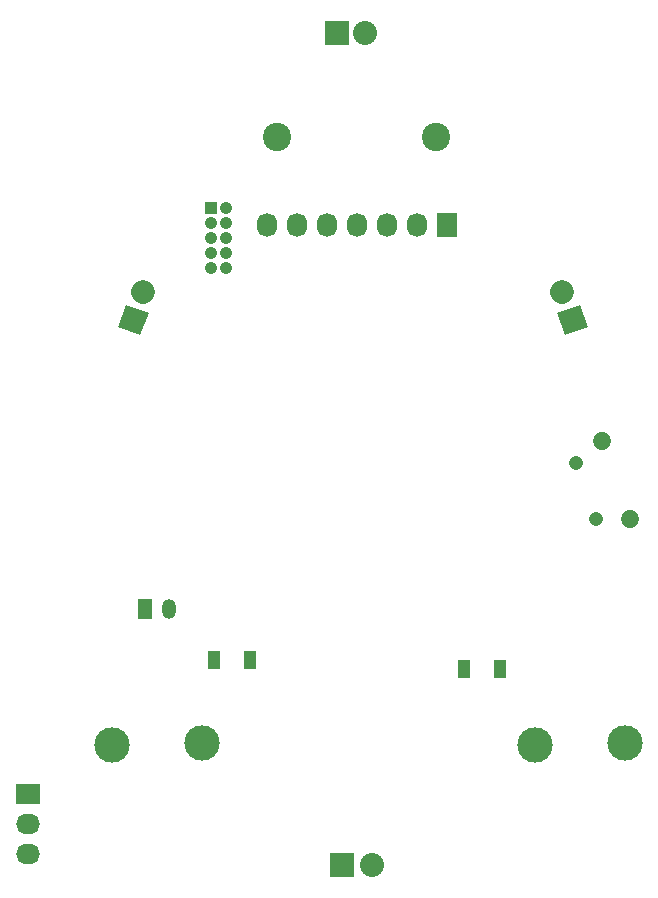
<source format=gbr>
G04 #@! TF.FileFunction,Soldermask,Bot*
%FSLAX46Y46*%
G04 Gerber Fmt 4.6, Leading zero omitted, Abs format (unit mm)*
G04 Created by KiCad (PCBNEW 4.0.4-stable) date 10/27/17 11:40:57*
%MOMM*%
%LPD*%
G01*
G04 APERTURE LIST*
%ADD10C,0.100000*%
%ADD11C,3.000000*%
%ADD12C,1.150000*%
%ADD13C,1.550000*%
%ADD14R,1.727200X2.032000*%
%ADD15O,1.727200X2.032000*%
%ADD16R,1.000000X1.600000*%
%ADD17R,2.032000X2.032000*%
%ADD18O,2.032000X2.032000*%
%ADD19C,2.032000*%
%ADD20C,2.400000*%
%ADD21R,2.032000X1.727200*%
%ADD22O,2.032000X1.727200*%
%ADD23R,1.200000X1.700000*%
%ADD24O,1.200000X1.700000*%
%ADD25R,1.050000X1.050000*%
%ADD26C,1.050000*%
G04 APERTURE END LIST*
D10*
D11*
X159590000Y-111000000D03*
X167210000Y-110800000D03*
D12*
X164787051Y-91814497D02*
X164787051Y-91814497D01*
X163076950Y-87116034D02*
X163076950Y-87116034D01*
D13*
X167666241Y-91830736D02*
X167666241Y-91830736D01*
X165272100Y-85252887D02*
X165272100Y-85252887D01*
D14*
X152190000Y-66930000D03*
D15*
X149650000Y-66930000D03*
X147110000Y-66930000D03*
X144570000Y-66930000D03*
X142030000Y-66930000D03*
X139490000Y-66930000D03*
X136950000Y-66930000D03*
D16*
X132450000Y-103800000D03*
X135450000Y-103800000D03*
X153600000Y-104550000D03*
X156600000Y-104550000D03*
D17*
X142810000Y-50710000D03*
D18*
X145220000Y-50710000D03*
D10*
G36*
X126883489Y-74392765D02*
X126188504Y-76302220D01*
X124279049Y-75607235D01*
X124974034Y-73697780D01*
X126883489Y-74392765D01*
X126883489Y-74392765D01*
G37*
D19*
X126450000Y-72613181D02*
X126450000Y-72613181D01*
D10*
G36*
X163375966Y-73697780D02*
X164070951Y-75607235D01*
X162161496Y-76302220D01*
X161466511Y-74392765D01*
X163375966Y-73697780D01*
X163375966Y-73697780D01*
G37*
D19*
X161900000Y-72613181D02*
X161900000Y-72613181D01*
D17*
X143240000Y-121110000D03*
D18*
X145780000Y-121110000D03*
D20*
X137770000Y-59490000D03*
X151230000Y-59490000D03*
D21*
X116650000Y-115110000D03*
D22*
X116650000Y-117650000D03*
X116650000Y-120190000D03*
D11*
X123780000Y-111000000D03*
X131400000Y-110800000D03*
D23*
X126600000Y-99500000D03*
D24*
X128600000Y-99500000D03*
D25*
X132130000Y-65520000D03*
D26*
X132130000Y-66790000D03*
X132130000Y-68060000D03*
X132130000Y-69330000D03*
X132130000Y-70600000D03*
X133400000Y-66790000D03*
X133400000Y-68060000D03*
X133400000Y-69330000D03*
X133400000Y-70600000D03*
X133400000Y-65520000D03*
M02*

</source>
